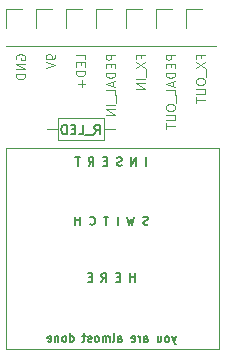
<source format=gbr>
G04 #@! TF.GenerationSoftware,KiCad,Pcbnew,(5.1.5-0-10_14)*
G04 #@! TF.CreationDate,2021-09-14T18:47:20+02:00*
G04 #@! TF.ProjectId,3pdt-npnium,33706474-2d6e-4706-9e69-756d2e6b6963,rev?*
G04 #@! TF.SameCoordinates,Original*
G04 #@! TF.FileFunction,Legend,Bot*
G04 #@! TF.FilePolarity,Positive*
%FSLAX46Y46*%
G04 Gerber Fmt 4.6, Leading zero omitted, Abs format (unit mm)*
G04 Created by KiCad (PCBNEW (5.1.5-0-10_14)) date 2021-09-14 18:47:20*
%MOMM*%
%LPD*%
G04 APERTURE LIST*
%ADD10C,0.150000*%
%ADD11C,0.120000*%
%ADD12C,0.130000*%
G04 APERTURE END LIST*
D10*
X74350000Y-65150000D02*
X74183333Y-65616666D01*
X74016666Y-65150000D02*
X74183333Y-65616666D01*
X74250000Y-65783333D01*
X74283333Y-65816666D01*
X74350000Y-65850000D01*
X73650000Y-65616666D02*
X73716666Y-65583333D01*
X73750000Y-65550000D01*
X73783333Y-65483333D01*
X73783333Y-65283333D01*
X73750000Y-65216666D01*
X73716666Y-65183333D01*
X73650000Y-65150000D01*
X73550000Y-65150000D01*
X73483333Y-65183333D01*
X73450000Y-65216666D01*
X73416666Y-65283333D01*
X73416666Y-65483333D01*
X73450000Y-65550000D01*
X73483333Y-65583333D01*
X73550000Y-65616666D01*
X73650000Y-65616666D01*
X72816666Y-65150000D02*
X72816666Y-65616666D01*
X73116666Y-65150000D02*
X73116666Y-65516666D01*
X73083333Y-65583333D01*
X73016666Y-65616666D01*
X72916666Y-65616666D01*
X72850000Y-65583333D01*
X72816666Y-65550000D01*
X71650000Y-65616666D02*
X71650000Y-65250000D01*
X71683333Y-65183333D01*
X71750000Y-65150000D01*
X71883333Y-65150000D01*
X71950000Y-65183333D01*
X71650000Y-65583333D02*
X71716666Y-65616666D01*
X71883333Y-65616666D01*
X71950000Y-65583333D01*
X71983333Y-65516666D01*
X71983333Y-65450000D01*
X71950000Y-65383333D01*
X71883333Y-65350000D01*
X71716666Y-65350000D01*
X71650000Y-65316666D01*
X71316666Y-65616666D02*
X71316666Y-65150000D01*
X71316666Y-65283333D02*
X71283333Y-65216666D01*
X71250000Y-65183333D01*
X71183333Y-65150000D01*
X71116666Y-65150000D01*
X70616666Y-65583333D02*
X70683333Y-65616666D01*
X70816666Y-65616666D01*
X70883333Y-65583333D01*
X70916666Y-65516666D01*
X70916666Y-65250000D01*
X70883333Y-65183333D01*
X70816666Y-65150000D01*
X70683333Y-65150000D01*
X70616666Y-65183333D01*
X70583333Y-65250000D01*
X70583333Y-65316666D01*
X70916666Y-65383333D01*
X69450000Y-65616666D02*
X69450000Y-65250000D01*
X69483333Y-65183333D01*
X69550000Y-65150000D01*
X69683333Y-65150000D01*
X69750000Y-65183333D01*
X69450000Y-65583333D02*
X69516666Y-65616666D01*
X69683333Y-65616666D01*
X69750000Y-65583333D01*
X69783333Y-65516666D01*
X69783333Y-65450000D01*
X69750000Y-65383333D01*
X69683333Y-65350000D01*
X69516666Y-65350000D01*
X69450000Y-65316666D01*
X69016666Y-65616666D02*
X69083333Y-65583333D01*
X69116666Y-65516666D01*
X69116666Y-64916666D01*
X68750000Y-65616666D02*
X68750000Y-65150000D01*
X68750000Y-65216666D02*
X68716666Y-65183333D01*
X68650000Y-65150000D01*
X68550000Y-65150000D01*
X68483333Y-65183333D01*
X68450000Y-65250000D01*
X68450000Y-65616666D01*
X68450000Y-65250000D02*
X68416666Y-65183333D01*
X68350000Y-65150000D01*
X68250000Y-65150000D01*
X68183333Y-65183333D01*
X68150000Y-65250000D01*
X68150000Y-65616666D01*
X67716666Y-65616666D02*
X67783333Y-65583333D01*
X67816666Y-65550000D01*
X67850000Y-65483333D01*
X67850000Y-65283333D01*
X67816666Y-65216666D01*
X67783333Y-65183333D01*
X67716666Y-65150000D01*
X67616666Y-65150000D01*
X67550000Y-65183333D01*
X67516666Y-65216666D01*
X67483333Y-65283333D01*
X67483333Y-65483333D01*
X67516666Y-65550000D01*
X67550000Y-65583333D01*
X67616666Y-65616666D01*
X67716666Y-65616666D01*
X67216666Y-65583333D02*
X67150000Y-65616666D01*
X67016666Y-65616666D01*
X66950000Y-65583333D01*
X66916666Y-65516666D01*
X66916666Y-65483333D01*
X66950000Y-65416666D01*
X67016666Y-65383333D01*
X67116666Y-65383333D01*
X67183333Y-65350000D01*
X67216666Y-65283333D01*
X67216666Y-65250000D01*
X67183333Y-65183333D01*
X67116666Y-65150000D01*
X67016666Y-65150000D01*
X66950000Y-65183333D01*
X66716666Y-65150000D02*
X66450000Y-65150000D01*
X66616666Y-64916666D02*
X66616666Y-65516666D01*
X66583333Y-65583333D01*
X66516666Y-65616666D01*
X66450000Y-65616666D01*
X65383333Y-65616666D02*
X65383333Y-64916666D01*
X65383333Y-65583333D02*
X65450000Y-65616666D01*
X65583333Y-65616666D01*
X65650000Y-65583333D01*
X65683333Y-65550000D01*
X65716666Y-65483333D01*
X65716666Y-65283333D01*
X65683333Y-65216666D01*
X65650000Y-65183333D01*
X65583333Y-65150000D01*
X65450000Y-65150000D01*
X65383333Y-65183333D01*
X64950000Y-65616666D02*
X65016666Y-65583333D01*
X65050000Y-65550000D01*
X65083333Y-65483333D01*
X65083333Y-65283333D01*
X65050000Y-65216666D01*
X65016666Y-65183333D01*
X64950000Y-65150000D01*
X64850000Y-65150000D01*
X64783333Y-65183333D01*
X64750000Y-65216666D01*
X64716666Y-65283333D01*
X64716666Y-65483333D01*
X64750000Y-65550000D01*
X64783333Y-65583333D01*
X64850000Y-65616666D01*
X64950000Y-65616666D01*
X64416666Y-65150000D02*
X64416666Y-65616666D01*
X64416666Y-65216666D02*
X64383333Y-65183333D01*
X64316666Y-65150000D01*
X64216666Y-65150000D01*
X64150000Y-65183333D01*
X64116666Y-65250000D01*
X64116666Y-65616666D01*
X63516666Y-65583333D02*
X63583333Y-65616666D01*
X63716666Y-65616666D01*
X63783333Y-65583333D01*
X63816666Y-65516666D01*
X63816666Y-65250000D01*
X63783333Y-65183333D01*
X63716666Y-65150000D01*
X63583333Y-65150000D01*
X63516666Y-65183333D01*
X63483333Y-65250000D01*
X63483333Y-65316666D01*
X63816666Y-65383333D01*
X70883333Y-60516666D02*
X70883333Y-59816666D01*
X70883333Y-60150000D02*
X70483333Y-60150000D01*
X70483333Y-60516666D02*
X70483333Y-59816666D01*
X69616666Y-60150000D02*
X69383333Y-60150000D01*
X69283333Y-60516666D02*
X69616666Y-60516666D01*
X69616666Y-59816666D01*
X69283333Y-59816666D01*
X68050000Y-60516666D02*
X68283333Y-60183333D01*
X68450000Y-60516666D02*
X68450000Y-59816666D01*
X68183333Y-59816666D01*
X68116666Y-59850000D01*
X68083333Y-59883333D01*
X68050000Y-59950000D01*
X68050000Y-60050000D01*
X68083333Y-60116666D01*
X68116666Y-60150000D01*
X68183333Y-60183333D01*
X68450000Y-60183333D01*
X67216666Y-60150000D02*
X66983333Y-60150000D01*
X66883333Y-60516666D02*
X67216666Y-60516666D01*
X67216666Y-59816666D01*
X66883333Y-59816666D01*
X71983333Y-55683333D02*
X71883333Y-55716666D01*
X71716666Y-55716666D01*
X71650000Y-55683333D01*
X71616666Y-55650000D01*
X71583333Y-55583333D01*
X71583333Y-55516666D01*
X71616666Y-55450000D01*
X71650000Y-55416666D01*
X71716666Y-55383333D01*
X71850000Y-55350000D01*
X71916666Y-55316666D01*
X71950000Y-55283333D01*
X71983333Y-55216666D01*
X71983333Y-55150000D01*
X71950000Y-55083333D01*
X71916666Y-55050000D01*
X71850000Y-55016666D01*
X71683333Y-55016666D01*
X71583333Y-55050000D01*
X70816666Y-55016666D02*
X70650000Y-55716666D01*
X70516666Y-55216666D01*
X70383333Y-55716666D01*
X70216666Y-55016666D01*
X69416666Y-55716666D02*
X69416666Y-55016666D01*
X68650000Y-55016666D02*
X68250000Y-55016666D01*
X68450000Y-55716666D02*
X68450000Y-55016666D01*
X67083333Y-55650000D02*
X67116666Y-55683333D01*
X67216666Y-55716666D01*
X67283333Y-55716666D01*
X67383333Y-55683333D01*
X67450000Y-55616666D01*
X67483333Y-55550000D01*
X67516666Y-55416666D01*
X67516666Y-55316666D01*
X67483333Y-55183333D01*
X67450000Y-55116666D01*
X67383333Y-55050000D01*
X67283333Y-55016666D01*
X67216666Y-55016666D01*
X67116666Y-55050000D01*
X67083333Y-55083333D01*
X66250000Y-55716666D02*
X66250000Y-55016666D01*
X66250000Y-55350000D02*
X65850000Y-55350000D01*
X65850000Y-55716666D02*
X65850000Y-55016666D01*
X71866666Y-50716666D02*
X71866666Y-50016666D01*
X71000000Y-50716666D02*
X71000000Y-50016666D01*
X70600000Y-50716666D01*
X70600000Y-50016666D01*
X69766666Y-50683333D02*
X69666666Y-50716666D01*
X69500000Y-50716666D01*
X69433333Y-50683333D01*
X69400000Y-50650000D01*
X69366666Y-50583333D01*
X69366666Y-50516666D01*
X69400000Y-50450000D01*
X69433333Y-50416666D01*
X69500000Y-50383333D01*
X69633333Y-50350000D01*
X69700000Y-50316666D01*
X69733333Y-50283333D01*
X69766666Y-50216666D01*
X69766666Y-50150000D01*
X69733333Y-50083333D01*
X69700000Y-50050000D01*
X69633333Y-50016666D01*
X69466666Y-50016666D01*
X69366666Y-50050000D01*
X68533333Y-50350000D02*
X68300000Y-50350000D01*
X68200000Y-50716666D02*
X68533333Y-50716666D01*
X68533333Y-50016666D01*
X68200000Y-50016666D01*
X66966666Y-50716666D02*
X67200000Y-50383333D01*
X67366666Y-50716666D02*
X67366666Y-50016666D01*
X67100000Y-50016666D01*
X67033333Y-50050000D01*
X67000000Y-50083333D01*
X66966666Y-50150000D01*
X66966666Y-50250000D01*
X67000000Y-50316666D01*
X67033333Y-50350000D01*
X67100000Y-50383333D01*
X67366666Y-50383333D01*
X66233333Y-50016666D02*
X65833333Y-50016666D01*
X66033333Y-50716666D02*
X66033333Y-50016666D01*
D11*
X69180000Y-47600000D02*
X68230000Y-47600000D01*
X63440000Y-47600000D02*
X64390000Y-47600000D01*
X68230000Y-48520000D02*
X64390000Y-48520000D01*
X68230000Y-46680000D02*
X68230000Y-48520000D01*
X64390000Y-46680000D02*
X68230000Y-46680000D01*
X64390000Y-48520000D02*
X64390000Y-46680000D01*
X77980000Y-49210000D02*
X59980000Y-49210000D01*
X77980000Y-66210000D02*
X77980000Y-49210000D01*
X59980000Y-66210000D02*
X77980000Y-66210000D01*
X59980000Y-49210000D02*
X59980000Y-66210000D01*
X75220000Y-40580000D02*
X77760000Y-40580000D01*
X75230000Y-39063500D02*
X75233500Y-37410000D01*
X75233500Y-37410000D02*
X76563500Y-37410000D01*
X72680000Y-40580000D02*
X75220000Y-40580000D01*
X72690000Y-39063500D02*
X72693500Y-37410000D01*
X72693500Y-37410000D02*
X74023500Y-37410000D01*
X70150000Y-39063500D02*
X70153500Y-37410000D01*
X70153500Y-37410000D02*
X71483500Y-37410000D01*
X70140000Y-40580000D02*
X72680000Y-40580000D01*
X59980000Y-40580000D02*
X62520000Y-40580000D01*
X59993500Y-37410000D02*
X61323500Y-37410000D01*
X59990000Y-39063500D02*
X59993500Y-37410000D01*
X62520000Y-40580000D02*
X65060000Y-40580000D01*
X62533500Y-37410000D02*
X63863500Y-37410000D01*
X62530000Y-39063500D02*
X62533500Y-37410000D01*
X65060000Y-40580000D02*
X67600000Y-40580000D01*
X65073500Y-37410000D02*
X66403500Y-37410000D01*
X65070000Y-39063500D02*
X65073500Y-37410000D01*
X67600000Y-40580000D02*
X70140000Y-40580000D01*
X67613500Y-37410000D02*
X68943500Y-37410000D01*
X67610000Y-39063500D02*
X67613500Y-37410000D01*
D12*
X67452857Y-48061904D02*
X67719523Y-47680952D01*
X67910000Y-48061904D02*
X67910000Y-47261904D01*
X67605238Y-47261904D01*
X67529047Y-47300000D01*
X67490952Y-47338095D01*
X67452857Y-47414285D01*
X67452857Y-47528571D01*
X67490952Y-47604761D01*
X67529047Y-47642857D01*
X67605238Y-47680952D01*
X67910000Y-47680952D01*
X67300476Y-48138095D02*
X66690952Y-48138095D01*
X66119523Y-48061904D02*
X66500476Y-48061904D01*
X66500476Y-47261904D01*
X65852857Y-47642857D02*
X65586190Y-47642857D01*
X65471904Y-48061904D02*
X65852857Y-48061904D01*
X65852857Y-47261904D01*
X65471904Y-47261904D01*
X65129047Y-48061904D02*
X65129047Y-47261904D01*
X64938571Y-47261904D01*
X64824285Y-47300000D01*
X64748095Y-47376190D01*
X64710000Y-47452380D01*
X64671904Y-47604761D01*
X64671904Y-47719047D01*
X64710000Y-47871428D01*
X64748095Y-47947619D01*
X64824285Y-48023809D01*
X64938571Y-48061904D01*
X65129047Y-48061904D01*
D11*
X76442857Y-41567142D02*
X76442857Y-41300476D01*
X76861904Y-41300476D02*
X76061904Y-41300476D01*
X76061904Y-41681428D01*
X76061904Y-41910000D02*
X76861904Y-42443333D01*
X76061904Y-42443333D02*
X76861904Y-41910000D01*
X76938095Y-42557619D02*
X76938095Y-43167142D01*
X76061904Y-43510000D02*
X76061904Y-43662380D01*
X76100000Y-43738571D01*
X76176190Y-43814761D01*
X76328571Y-43852857D01*
X76595238Y-43852857D01*
X76747619Y-43814761D01*
X76823809Y-43738571D01*
X76861904Y-43662380D01*
X76861904Y-43510000D01*
X76823809Y-43433809D01*
X76747619Y-43357619D01*
X76595238Y-43319523D01*
X76328571Y-43319523D01*
X76176190Y-43357619D01*
X76100000Y-43433809D01*
X76061904Y-43510000D01*
X76061904Y-44195714D02*
X76709523Y-44195714D01*
X76785714Y-44233809D01*
X76823809Y-44271904D01*
X76861904Y-44348095D01*
X76861904Y-44500476D01*
X76823809Y-44576666D01*
X76785714Y-44614761D01*
X76709523Y-44652857D01*
X76061904Y-44652857D01*
X76061904Y-44919523D02*
X76061904Y-45376666D01*
X76861904Y-45148095D02*
X76061904Y-45148095D01*
X74321904Y-41300476D02*
X73521904Y-41300476D01*
X73521904Y-41605238D01*
X73560000Y-41681428D01*
X73598095Y-41719523D01*
X73674285Y-41757619D01*
X73788571Y-41757619D01*
X73864761Y-41719523D01*
X73902857Y-41681428D01*
X73940952Y-41605238D01*
X73940952Y-41300476D01*
X73902857Y-42100476D02*
X73902857Y-42367142D01*
X74321904Y-42481428D02*
X74321904Y-42100476D01*
X73521904Y-42100476D01*
X73521904Y-42481428D01*
X74321904Y-42824285D02*
X73521904Y-42824285D01*
X73521904Y-43014761D01*
X73560000Y-43129047D01*
X73636190Y-43205238D01*
X73712380Y-43243333D01*
X73864761Y-43281428D01*
X73979047Y-43281428D01*
X74131428Y-43243333D01*
X74207619Y-43205238D01*
X74283809Y-43129047D01*
X74321904Y-43014761D01*
X74321904Y-42824285D01*
X74093333Y-43586190D02*
X74093333Y-43967142D01*
X74321904Y-43510000D02*
X73521904Y-43776666D01*
X74321904Y-44043333D01*
X74321904Y-44690952D02*
X74321904Y-44310000D01*
X73521904Y-44310000D01*
X74398095Y-44767142D02*
X74398095Y-45376666D01*
X73521904Y-45719523D02*
X73521904Y-45871904D01*
X73560000Y-45948095D01*
X73636190Y-46024285D01*
X73788571Y-46062380D01*
X74055238Y-46062380D01*
X74207619Y-46024285D01*
X74283809Y-45948095D01*
X74321904Y-45871904D01*
X74321904Y-45719523D01*
X74283809Y-45643333D01*
X74207619Y-45567142D01*
X74055238Y-45529047D01*
X73788571Y-45529047D01*
X73636190Y-45567142D01*
X73560000Y-45643333D01*
X73521904Y-45719523D01*
X73521904Y-46405238D02*
X74169523Y-46405238D01*
X74245714Y-46443333D01*
X74283809Y-46481428D01*
X74321904Y-46557619D01*
X74321904Y-46710000D01*
X74283809Y-46786190D01*
X74245714Y-46824285D01*
X74169523Y-46862380D01*
X73521904Y-46862380D01*
X73521904Y-47129047D02*
X73521904Y-47586190D01*
X74321904Y-47357619D02*
X73521904Y-47357619D01*
X71362857Y-41567142D02*
X71362857Y-41300476D01*
X71781904Y-41300476D02*
X70981904Y-41300476D01*
X70981904Y-41681428D01*
X70981904Y-41910000D02*
X71781904Y-42443333D01*
X70981904Y-42443333D02*
X71781904Y-41910000D01*
X71858095Y-42557619D02*
X71858095Y-43167142D01*
X71781904Y-43357619D02*
X70981904Y-43357619D01*
X71781904Y-43738571D02*
X70981904Y-43738571D01*
X71781904Y-44195714D01*
X70981904Y-44195714D01*
X66701904Y-41681428D02*
X66701904Y-41300476D01*
X65901904Y-41300476D01*
X66282857Y-41948095D02*
X66282857Y-42214761D01*
X66701904Y-42329047D02*
X66701904Y-41948095D01*
X65901904Y-41948095D01*
X65901904Y-42329047D01*
X66701904Y-42671904D02*
X65901904Y-42671904D01*
X65901904Y-42862380D01*
X65940000Y-42976666D01*
X66016190Y-43052857D01*
X66092380Y-43090952D01*
X66244761Y-43129047D01*
X66359047Y-43129047D01*
X66511428Y-43090952D01*
X66587619Y-43052857D01*
X66663809Y-42976666D01*
X66701904Y-42862380D01*
X66701904Y-42671904D01*
X66397142Y-43471904D02*
X66397142Y-44081428D01*
X66701904Y-43776666D02*
X66092380Y-43776666D01*
X64161904Y-41338571D02*
X64161904Y-41490952D01*
X64123809Y-41567142D01*
X64085714Y-41605238D01*
X63971428Y-41681428D01*
X63819047Y-41719523D01*
X63514285Y-41719523D01*
X63438095Y-41681428D01*
X63400000Y-41643333D01*
X63361904Y-41567142D01*
X63361904Y-41414761D01*
X63400000Y-41338571D01*
X63438095Y-41300476D01*
X63514285Y-41262380D01*
X63704761Y-41262380D01*
X63780952Y-41300476D01*
X63819047Y-41338571D01*
X63857142Y-41414761D01*
X63857142Y-41567142D01*
X63819047Y-41643333D01*
X63780952Y-41681428D01*
X63704761Y-41719523D01*
X63361904Y-41948095D02*
X64161904Y-42214761D01*
X63361904Y-42481428D01*
X60860000Y-41719523D02*
X60821904Y-41643333D01*
X60821904Y-41529047D01*
X60860000Y-41414761D01*
X60936190Y-41338571D01*
X61012380Y-41300476D01*
X61164761Y-41262380D01*
X61279047Y-41262380D01*
X61431428Y-41300476D01*
X61507619Y-41338571D01*
X61583809Y-41414761D01*
X61621904Y-41529047D01*
X61621904Y-41605238D01*
X61583809Y-41719523D01*
X61545714Y-41757619D01*
X61279047Y-41757619D01*
X61279047Y-41605238D01*
X61621904Y-42100476D02*
X60821904Y-42100476D01*
X61621904Y-42557619D01*
X60821904Y-42557619D01*
X61621904Y-42938571D02*
X60821904Y-42938571D01*
X60821904Y-43129047D01*
X60860000Y-43243333D01*
X60936190Y-43319523D01*
X61012380Y-43357619D01*
X61164761Y-43395714D01*
X61279047Y-43395714D01*
X61431428Y-43357619D01*
X61507619Y-43319523D01*
X61583809Y-43243333D01*
X61621904Y-43129047D01*
X61621904Y-42938571D01*
X69241904Y-41300476D02*
X68441904Y-41300476D01*
X68441904Y-41605238D01*
X68480000Y-41681428D01*
X68518095Y-41719523D01*
X68594285Y-41757619D01*
X68708571Y-41757619D01*
X68784761Y-41719523D01*
X68822857Y-41681428D01*
X68860952Y-41605238D01*
X68860952Y-41300476D01*
X68822857Y-42100476D02*
X68822857Y-42367142D01*
X69241904Y-42481428D02*
X69241904Y-42100476D01*
X68441904Y-42100476D01*
X68441904Y-42481428D01*
X69241904Y-42824285D02*
X68441904Y-42824285D01*
X68441904Y-43014761D01*
X68480000Y-43129047D01*
X68556190Y-43205238D01*
X68632380Y-43243333D01*
X68784761Y-43281428D01*
X68899047Y-43281428D01*
X69051428Y-43243333D01*
X69127619Y-43205238D01*
X69203809Y-43129047D01*
X69241904Y-43014761D01*
X69241904Y-42824285D01*
X69013333Y-43586190D02*
X69013333Y-43967142D01*
X69241904Y-43510000D02*
X68441904Y-43776666D01*
X69241904Y-44043333D01*
X69241904Y-44690952D02*
X69241904Y-44310000D01*
X68441904Y-44310000D01*
X69318095Y-44767142D02*
X69318095Y-45376666D01*
X69241904Y-45567142D02*
X68441904Y-45567142D01*
X69241904Y-45948095D02*
X68441904Y-45948095D01*
X69241904Y-46405238D01*
X68441904Y-46405238D01*
M02*

</source>
